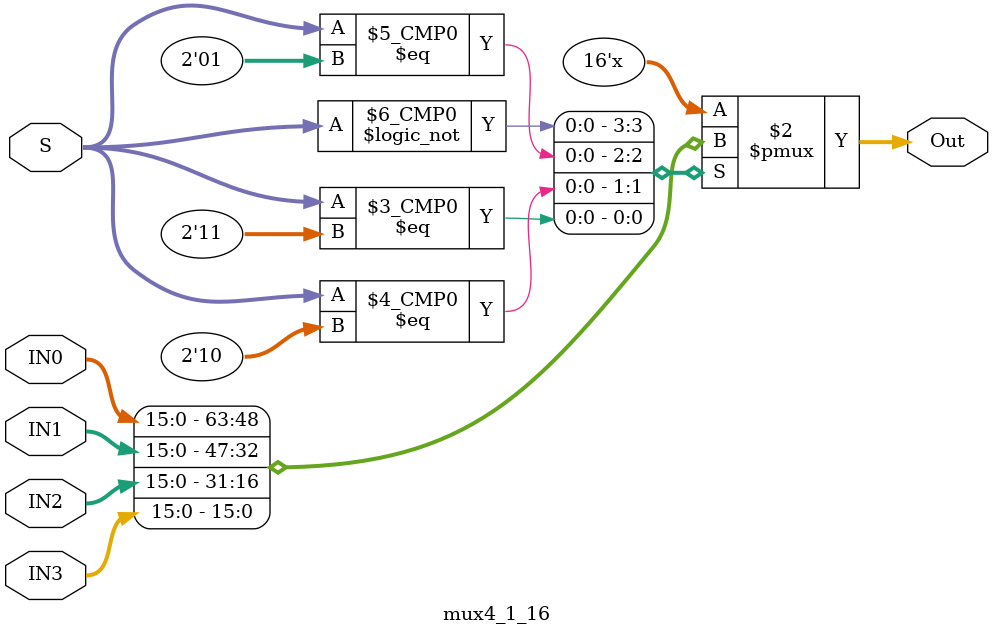
<source format=sv>
`timescale 1ns / 1ps


module mux4_1_16(input logic    [1:0]   S,
                 input logic    [15:0]  IN0, IN1, IN2, IN3,
                 output logic   [15:0]  Out);

    always_comb
    begin
        Out = 16'hXXXX;
        
        case(S)
            2'b00 : Out = IN0;
            2'b01 : Out = IN1;
            2'b10 : Out = IN2;
            2'b11 : Out = IN3;
        endcase
    end

endmodule

</source>
